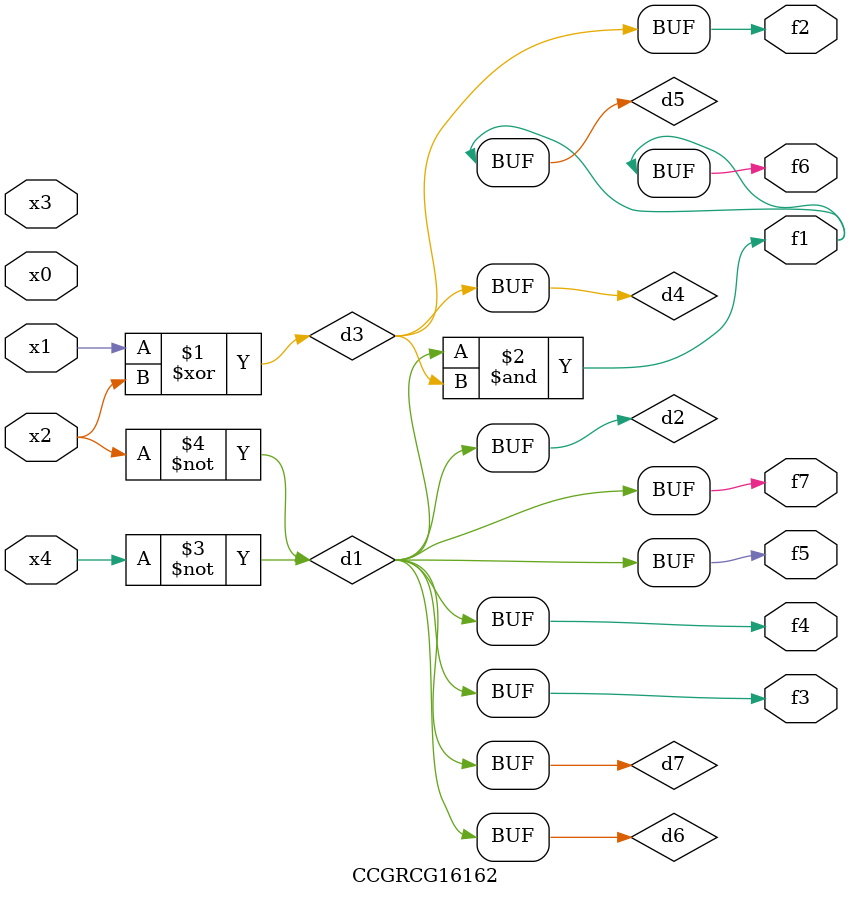
<source format=v>
module CCGRCG16162(
	input x0, x1, x2, x3, x4,
	output f1, f2, f3, f4, f5, f6, f7
);

	wire d1, d2, d3, d4, d5, d6, d7;

	not (d1, x4);
	not (d2, x2);
	xor (d3, x1, x2);
	buf (d4, d3);
	and (d5, d1, d3);
	buf (d6, d1, d2);
	buf (d7, d2);
	assign f1 = d5;
	assign f2 = d4;
	assign f3 = d7;
	assign f4 = d7;
	assign f5 = d7;
	assign f6 = d5;
	assign f7 = d7;
endmodule

</source>
